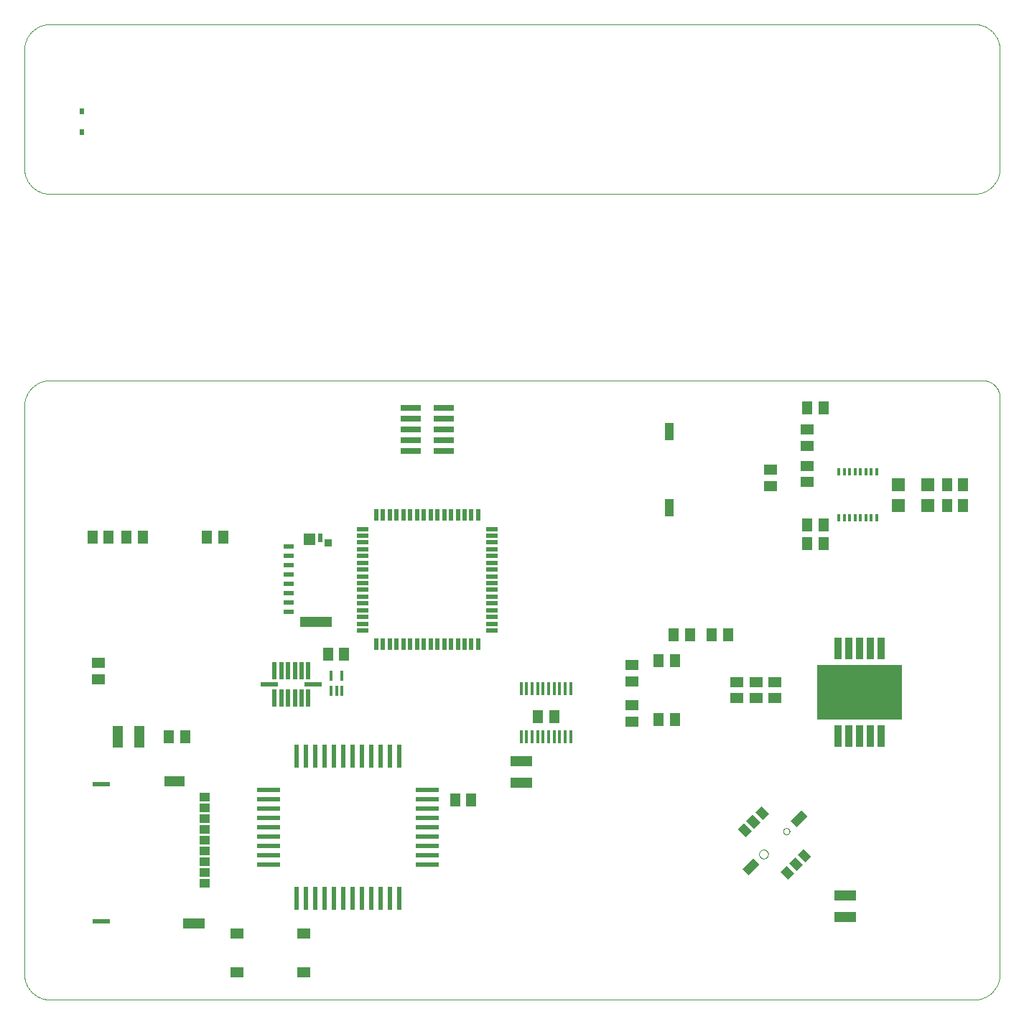
<source format=gtp>
G75*
%MOIN*%
%OFA0B0*%
%FSLAX25Y25*%
%IPPOS*%
%LPD*%
%AMOC8*
5,1,8,0,0,1.08239X$1,22.5*
%
%ADD10C,0.00000*%
%ADD11R,0.05906X0.05118*%
%ADD12R,0.05118X0.05906*%
%ADD13R,0.02362X0.03150*%
%ADD14R,0.05800X0.02000*%
%ADD15R,0.02000X0.05800*%
%ADD16R,0.02165X0.08445*%
%ADD17R,0.08445X0.02165*%
%ADD18R,0.01575X0.04724*%
%ADD19R,0.04921X0.02362*%
%ADD20R,0.14921X0.04724*%
%ADD21R,0.02362X0.03937*%
%ADD22R,0.05512X0.05709*%
%ADD23R,0.03346X0.03740*%
%ADD24R,0.09843X0.04528*%
%ADD25R,0.09252X0.04528*%
%ADD26R,0.05118X0.03937*%
%ADD27R,0.07874X0.02362*%
%ADD28R,0.02362X0.11024*%
%ADD29R,0.11024X0.02362*%
%ADD30R,0.01600X0.03600*%
%ADD31R,0.10000X0.05000*%
%ADD32R,0.05906X0.05906*%
%ADD33R,0.04300X0.07900*%
%ADD34R,0.03400X0.10200*%
%ADD35R,0.39370X0.25197*%
%ADD36R,0.06102X0.05118*%
%ADD37R,0.09449X0.02992*%
%ADD38R,0.03937X0.05118*%
%ADD39R,0.03937X0.07087*%
%ADD40R,0.05000X0.10000*%
%ADD41R,0.01181X0.06299*%
D10*
X0071650Y0095547D02*
X0500784Y0095547D01*
X0501069Y0095550D01*
X0501355Y0095561D01*
X0501640Y0095578D01*
X0501924Y0095602D01*
X0502208Y0095633D01*
X0502491Y0095671D01*
X0502772Y0095716D01*
X0503053Y0095767D01*
X0503333Y0095825D01*
X0503611Y0095890D01*
X0503887Y0095962D01*
X0504161Y0096040D01*
X0504434Y0096125D01*
X0504704Y0096217D01*
X0504972Y0096315D01*
X0505238Y0096419D01*
X0505501Y0096530D01*
X0505761Y0096647D01*
X0506019Y0096770D01*
X0506273Y0096900D01*
X0506524Y0097036D01*
X0506772Y0097177D01*
X0507016Y0097325D01*
X0507257Y0097478D01*
X0507493Y0097638D01*
X0507726Y0097803D01*
X0507955Y0097973D01*
X0508180Y0098149D01*
X0508400Y0098331D01*
X0508616Y0098517D01*
X0508827Y0098709D01*
X0509034Y0098906D01*
X0509236Y0099108D01*
X0509433Y0099315D01*
X0509625Y0099526D01*
X0509811Y0099742D01*
X0509993Y0099962D01*
X0510169Y0100187D01*
X0510339Y0100416D01*
X0510504Y0100649D01*
X0510664Y0100885D01*
X0510817Y0101126D01*
X0510965Y0101370D01*
X0511106Y0101618D01*
X0511242Y0101869D01*
X0511372Y0102123D01*
X0511495Y0102381D01*
X0511612Y0102641D01*
X0511723Y0102904D01*
X0511827Y0103170D01*
X0511925Y0103438D01*
X0512017Y0103708D01*
X0512102Y0103981D01*
X0512180Y0104255D01*
X0512252Y0104531D01*
X0512317Y0104809D01*
X0512375Y0105089D01*
X0512426Y0105370D01*
X0512471Y0105651D01*
X0512509Y0105934D01*
X0512540Y0106218D01*
X0512564Y0106502D01*
X0512581Y0106787D01*
X0512592Y0107073D01*
X0512595Y0107358D01*
X0512595Y0375075D01*
X0512593Y0375265D01*
X0512586Y0375455D01*
X0512574Y0375645D01*
X0512558Y0375835D01*
X0512538Y0376024D01*
X0512512Y0376213D01*
X0512483Y0376401D01*
X0512448Y0376588D01*
X0512409Y0376774D01*
X0512366Y0376959D01*
X0512318Y0377144D01*
X0512266Y0377327D01*
X0512210Y0377508D01*
X0512149Y0377688D01*
X0512083Y0377867D01*
X0512014Y0378044D01*
X0511940Y0378220D01*
X0511862Y0378393D01*
X0511779Y0378565D01*
X0511693Y0378734D01*
X0511603Y0378902D01*
X0511508Y0379067D01*
X0511410Y0379230D01*
X0511307Y0379390D01*
X0511201Y0379548D01*
X0511091Y0379703D01*
X0510978Y0379856D01*
X0510860Y0380006D01*
X0510739Y0380152D01*
X0510615Y0380296D01*
X0510487Y0380437D01*
X0510356Y0380575D01*
X0510221Y0380710D01*
X0510083Y0380841D01*
X0509942Y0380969D01*
X0509798Y0381093D01*
X0509652Y0381214D01*
X0509502Y0381332D01*
X0509349Y0381445D01*
X0509194Y0381555D01*
X0509036Y0381661D01*
X0508876Y0381764D01*
X0508713Y0381862D01*
X0508548Y0381957D01*
X0508380Y0382047D01*
X0508211Y0382133D01*
X0508039Y0382216D01*
X0507866Y0382294D01*
X0507690Y0382368D01*
X0507513Y0382437D01*
X0507334Y0382503D01*
X0507154Y0382564D01*
X0506973Y0382620D01*
X0506790Y0382672D01*
X0506605Y0382720D01*
X0506420Y0382763D01*
X0506234Y0382802D01*
X0506047Y0382837D01*
X0505859Y0382866D01*
X0505670Y0382892D01*
X0505481Y0382912D01*
X0505291Y0382928D01*
X0505101Y0382940D01*
X0504911Y0382947D01*
X0504721Y0382949D01*
X0071650Y0382949D01*
X0071365Y0382946D01*
X0071079Y0382935D01*
X0070794Y0382918D01*
X0070510Y0382894D01*
X0070226Y0382863D01*
X0069943Y0382825D01*
X0069662Y0382780D01*
X0069381Y0382729D01*
X0069101Y0382671D01*
X0068823Y0382606D01*
X0068547Y0382534D01*
X0068273Y0382456D01*
X0068000Y0382371D01*
X0067730Y0382279D01*
X0067462Y0382181D01*
X0067196Y0382077D01*
X0066933Y0381966D01*
X0066673Y0381849D01*
X0066415Y0381726D01*
X0066161Y0381596D01*
X0065910Y0381460D01*
X0065662Y0381319D01*
X0065418Y0381171D01*
X0065177Y0381018D01*
X0064941Y0380858D01*
X0064708Y0380693D01*
X0064479Y0380523D01*
X0064254Y0380347D01*
X0064034Y0380165D01*
X0063818Y0379979D01*
X0063607Y0379787D01*
X0063400Y0379590D01*
X0063198Y0379388D01*
X0063001Y0379181D01*
X0062809Y0378970D01*
X0062623Y0378754D01*
X0062441Y0378534D01*
X0062265Y0378309D01*
X0062095Y0378080D01*
X0061930Y0377847D01*
X0061770Y0377611D01*
X0061617Y0377370D01*
X0061469Y0377126D01*
X0061328Y0376878D01*
X0061192Y0376627D01*
X0061062Y0376373D01*
X0060939Y0376115D01*
X0060822Y0375855D01*
X0060711Y0375592D01*
X0060607Y0375326D01*
X0060509Y0375058D01*
X0060417Y0374788D01*
X0060332Y0374515D01*
X0060254Y0374241D01*
X0060182Y0373965D01*
X0060117Y0373687D01*
X0060059Y0373407D01*
X0060008Y0373126D01*
X0059963Y0372845D01*
X0059925Y0372562D01*
X0059894Y0372278D01*
X0059870Y0371994D01*
X0059853Y0371709D01*
X0059842Y0371423D01*
X0059839Y0371138D01*
X0059839Y0107358D01*
X0059842Y0107073D01*
X0059853Y0106787D01*
X0059870Y0106502D01*
X0059894Y0106218D01*
X0059925Y0105934D01*
X0059963Y0105651D01*
X0060008Y0105370D01*
X0060059Y0105089D01*
X0060117Y0104809D01*
X0060182Y0104531D01*
X0060254Y0104255D01*
X0060332Y0103981D01*
X0060417Y0103708D01*
X0060509Y0103438D01*
X0060607Y0103170D01*
X0060711Y0102904D01*
X0060822Y0102641D01*
X0060939Y0102381D01*
X0061062Y0102123D01*
X0061192Y0101869D01*
X0061328Y0101618D01*
X0061469Y0101370D01*
X0061617Y0101126D01*
X0061770Y0100885D01*
X0061930Y0100649D01*
X0062095Y0100416D01*
X0062265Y0100187D01*
X0062441Y0099962D01*
X0062623Y0099742D01*
X0062809Y0099526D01*
X0063001Y0099315D01*
X0063198Y0099108D01*
X0063400Y0098906D01*
X0063607Y0098709D01*
X0063818Y0098517D01*
X0064034Y0098331D01*
X0064254Y0098149D01*
X0064479Y0097973D01*
X0064708Y0097803D01*
X0064941Y0097638D01*
X0065177Y0097478D01*
X0065418Y0097325D01*
X0065662Y0097177D01*
X0065910Y0097036D01*
X0066161Y0096900D01*
X0066415Y0096770D01*
X0066673Y0096647D01*
X0066933Y0096530D01*
X0067196Y0096419D01*
X0067462Y0096315D01*
X0067730Y0096217D01*
X0068000Y0096125D01*
X0068273Y0096040D01*
X0068547Y0095962D01*
X0068823Y0095890D01*
X0069101Y0095825D01*
X0069381Y0095767D01*
X0069662Y0095716D01*
X0069943Y0095671D01*
X0070226Y0095633D01*
X0070510Y0095602D01*
X0070794Y0095578D01*
X0071079Y0095561D01*
X0071365Y0095550D01*
X0071650Y0095547D01*
X0400908Y0163093D02*
X0400910Y0163184D01*
X0400916Y0163274D01*
X0400926Y0163365D01*
X0400940Y0163454D01*
X0400958Y0163543D01*
X0400979Y0163632D01*
X0401005Y0163719D01*
X0401034Y0163805D01*
X0401068Y0163889D01*
X0401104Y0163972D01*
X0401145Y0164054D01*
X0401189Y0164133D01*
X0401236Y0164211D01*
X0401287Y0164286D01*
X0401341Y0164359D01*
X0401398Y0164429D01*
X0401458Y0164497D01*
X0401521Y0164563D01*
X0401587Y0164625D01*
X0401656Y0164684D01*
X0401727Y0164741D01*
X0401801Y0164794D01*
X0401877Y0164844D01*
X0401955Y0164891D01*
X0402035Y0164934D01*
X0402116Y0164973D01*
X0402200Y0165009D01*
X0402285Y0165041D01*
X0402371Y0165070D01*
X0402458Y0165094D01*
X0402547Y0165115D01*
X0402636Y0165132D01*
X0402726Y0165145D01*
X0402816Y0165154D01*
X0402907Y0165159D01*
X0402998Y0165160D01*
X0403088Y0165157D01*
X0403179Y0165150D01*
X0403269Y0165139D01*
X0403359Y0165124D01*
X0403448Y0165105D01*
X0403536Y0165083D01*
X0403622Y0165056D01*
X0403708Y0165026D01*
X0403792Y0164992D01*
X0403875Y0164954D01*
X0403956Y0164913D01*
X0404035Y0164868D01*
X0404112Y0164819D01*
X0404186Y0164768D01*
X0404259Y0164713D01*
X0404329Y0164655D01*
X0404396Y0164594D01*
X0404460Y0164530D01*
X0404522Y0164464D01*
X0404581Y0164394D01*
X0404636Y0164323D01*
X0404689Y0164248D01*
X0404738Y0164172D01*
X0404784Y0164094D01*
X0404826Y0164013D01*
X0404865Y0163931D01*
X0404900Y0163847D01*
X0404931Y0163762D01*
X0404958Y0163675D01*
X0404982Y0163588D01*
X0405002Y0163499D01*
X0405018Y0163410D01*
X0405030Y0163320D01*
X0405038Y0163229D01*
X0405042Y0163138D01*
X0405042Y0163048D01*
X0405038Y0162957D01*
X0405030Y0162866D01*
X0405018Y0162776D01*
X0405002Y0162687D01*
X0404982Y0162598D01*
X0404958Y0162511D01*
X0404931Y0162424D01*
X0404900Y0162339D01*
X0404865Y0162255D01*
X0404826Y0162173D01*
X0404784Y0162092D01*
X0404738Y0162014D01*
X0404689Y0161938D01*
X0404636Y0161863D01*
X0404581Y0161792D01*
X0404522Y0161722D01*
X0404460Y0161656D01*
X0404396Y0161592D01*
X0404329Y0161531D01*
X0404259Y0161473D01*
X0404186Y0161418D01*
X0404112Y0161367D01*
X0404035Y0161318D01*
X0403956Y0161273D01*
X0403875Y0161232D01*
X0403792Y0161194D01*
X0403708Y0161160D01*
X0403622Y0161130D01*
X0403536Y0161103D01*
X0403448Y0161081D01*
X0403359Y0161062D01*
X0403269Y0161047D01*
X0403179Y0161036D01*
X0403088Y0161029D01*
X0402998Y0161026D01*
X0402907Y0161027D01*
X0402816Y0161032D01*
X0402726Y0161041D01*
X0402636Y0161054D01*
X0402547Y0161071D01*
X0402458Y0161092D01*
X0402371Y0161116D01*
X0402285Y0161145D01*
X0402200Y0161177D01*
X0402116Y0161213D01*
X0402035Y0161252D01*
X0401955Y0161295D01*
X0401877Y0161342D01*
X0401801Y0161392D01*
X0401727Y0161445D01*
X0401656Y0161502D01*
X0401587Y0161561D01*
X0401521Y0161623D01*
X0401458Y0161689D01*
X0401398Y0161757D01*
X0401341Y0161827D01*
X0401287Y0161900D01*
X0401236Y0161975D01*
X0401189Y0162053D01*
X0401145Y0162132D01*
X0401104Y0162214D01*
X0401068Y0162297D01*
X0401034Y0162381D01*
X0401005Y0162467D01*
X0400979Y0162554D01*
X0400958Y0162643D01*
X0400940Y0162732D01*
X0400926Y0162821D01*
X0400916Y0162912D01*
X0400910Y0163002D01*
X0400908Y0163093D01*
X0412078Y0173671D02*
X0412080Y0173748D01*
X0412086Y0173824D01*
X0412096Y0173900D01*
X0412110Y0173975D01*
X0412127Y0174050D01*
X0412149Y0174123D01*
X0412174Y0174196D01*
X0412204Y0174267D01*
X0412236Y0174336D01*
X0412273Y0174403D01*
X0412312Y0174469D01*
X0412355Y0174532D01*
X0412402Y0174593D01*
X0412451Y0174652D01*
X0412504Y0174708D01*
X0412559Y0174761D01*
X0412617Y0174811D01*
X0412677Y0174858D01*
X0412740Y0174902D01*
X0412805Y0174943D01*
X0412872Y0174980D01*
X0412941Y0175014D01*
X0413011Y0175044D01*
X0413083Y0175070D01*
X0413157Y0175092D01*
X0413231Y0175111D01*
X0413306Y0175126D01*
X0413382Y0175137D01*
X0413458Y0175144D01*
X0413535Y0175147D01*
X0413611Y0175146D01*
X0413688Y0175141D01*
X0413764Y0175132D01*
X0413840Y0175119D01*
X0413914Y0175102D01*
X0413988Y0175082D01*
X0414061Y0175057D01*
X0414132Y0175029D01*
X0414202Y0174997D01*
X0414270Y0174962D01*
X0414336Y0174923D01*
X0414400Y0174881D01*
X0414461Y0174835D01*
X0414521Y0174786D01*
X0414577Y0174735D01*
X0414631Y0174680D01*
X0414682Y0174623D01*
X0414730Y0174563D01*
X0414775Y0174501D01*
X0414816Y0174436D01*
X0414854Y0174370D01*
X0414889Y0174302D01*
X0414919Y0174231D01*
X0414947Y0174160D01*
X0414970Y0174087D01*
X0414990Y0174013D01*
X0415006Y0173938D01*
X0415018Y0173862D01*
X0415026Y0173786D01*
X0415030Y0173709D01*
X0415030Y0173633D01*
X0415026Y0173556D01*
X0415018Y0173480D01*
X0415006Y0173404D01*
X0414990Y0173329D01*
X0414970Y0173255D01*
X0414947Y0173182D01*
X0414919Y0173111D01*
X0414889Y0173040D01*
X0414854Y0172972D01*
X0414816Y0172906D01*
X0414775Y0172841D01*
X0414730Y0172779D01*
X0414682Y0172719D01*
X0414631Y0172662D01*
X0414577Y0172607D01*
X0414521Y0172556D01*
X0414461Y0172507D01*
X0414400Y0172461D01*
X0414336Y0172419D01*
X0414270Y0172380D01*
X0414202Y0172345D01*
X0414132Y0172313D01*
X0414061Y0172285D01*
X0413988Y0172260D01*
X0413914Y0172240D01*
X0413840Y0172223D01*
X0413764Y0172210D01*
X0413688Y0172201D01*
X0413611Y0172196D01*
X0413535Y0172195D01*
X0413458Y0172198D01*
X0413382Y0172205D01*
X0413306Y0172216D01*
X0413231Y0172231D01*
X0413157Y0172250D01*
X0413083Y0172272D01*
X0413011Y0172298D01*
X0412941Y0172328D01*
X0412872Y0172362D01*
X0412805Y0172399D01*
X0412740Y0172440D01*
X0412677Y0172484D01*
X0412617Y0172531D01*
X0412559Y0172581D01*
X0412504Y0172634D01*
X0412451Y0172690D01*
X0412402Y0172749D01*
X0412355Y0172810D01*
X0412312Y0172873D01*
X0412273Y0172939D01*
X0412236Y0173006D01*
X0412204Y0173075D01*
X0412174Y0173146D01*
X0412149Y0173219D01*
X0412127Y0173292D01*
X0412110Y0173367D01*
X0412096Y0173442D01*
X0412086Y0173518D01*
X0412080Y0173594D01*
X0412078Y0173671D01*
X0500784Y0469563D02*
X0071650Y0469563D01*
X0071365Y0469566D01*
X0071079Y0469577D01*
X0070794Y0469594D01*
X0070510Y0469618D01*
X0070226Y0469649D01*
X0069943Y0469687D01*
X0069662Y0469732D01*
X0069381Y0469783D01*
X0069101Y0469841D01*
X0068823Y0469906D01*
X0068547Y0469978D01*
X0068273Y0470056D01*
X0068000Y0470141D01*
X0067730Y0470233D01*
X0067462Y0470331D01*
X0067196Y0470435D01*
X0066933Y0470546D01*
X0066673Y0470663D01*
X0066415Y0470786D01*
X0066161Y0470916D01*
X0065910Y0471052D01*
X0065662Y0471193D01*
X0065418Y0471341D01*
X0065177Y0471494D01*
X0064941Y0471654D01*
X0064708Y0471819D01*
X0064479Y0471989D01*
X0064254Y0472165D01*
X0064034Y0472347D01*
X0063818Y0472533D01*
X0063607Y0472725D01*
X0063400Y0472922D01*
X0063198Y0473124D01*
X0063001Y0473331D01*
X0062809Y0473542D01*
X0062623Y0473758D01*
X0062441Y0473978D01*
X0062265Y0474203D01*
X0062095Y0474432D01*
X0061930Y0474665D01*
X0061770Y0474901D01*
X0061617Y0475142D01*
X0061469Y0475386D01*
X0061328Y0475634D01*
X0061192Y0475885D01*
X0061062Y0476139D01*
X0060939Y0476397D01*
X0060822Y0476657D01*
X0060711Y0476920D01*
X0060607Y0477186D01*
X0060509Y0477454D01*
X0060417Y0477724D01*
X0060332Y0477997D01*
X0060254Y0478271D01*
X0060182Y0478547D01*
X0060117Y0478825D01*
X0060059Y0479105D01*
X0060008Y0479386D01*
X0059963Y0479667D01*
X0059925Y0479950D01*
X0059894Y0480234D01*
X0059870Y0480518D01*
X0059853Y0480803D01*
X0059842Y0481089D01*
X0059839Y0481374D01*
X0059839Y0536492D01*
X0059842Y0536777D01*
X0059853Y0537063D01*
X0059870Y0537348D01*
X0059894Y0537632D01*
X0059925Y0537916D01*
X0059963Y0538199D01*
X0060008Y0538480D01*
X0060059Y0538761D01*
X0060117Y0539041D01*
X0060182Y0539319D01*
X0060254Y0539595D01*
X0060332Y0539869D01*
X0060417Y0540142D01*
X0060509Y0540412D01*
X0060607Y0540680D01*
X0060711Y0540946D01*
X0060822Y0541209D01*
X0060939Y0541469D01*
X0061062Y0541727D01*
X0061192Y0541981D01*
X0061328Y0542232D01*
X0061469Y0542480D01*
X0061617Y0542724D01*
X0061770Y0542965D01*
X0061930Y0543201D01*
X0062095Y0543434D01*
X0062265Y0543663D01*
X0062441Y0543888D01*
X0062623Y0544108D01*
X0062809Y0544324D01*
X0063001Y0544535D01*
X0063198Y0544742D01*
X0063400Y0544944D01*
X0063607Y0545141D01*
X0063818Y0545333D01*
X0064034Y0545519D01*
X0064254Y0545701D01*
X0064479Y0545877D01*
X0064708Y0546047D01*
X0064941Y0546212D01*
X0065177Y0546372D01*
X0065418Y0546525D01*
X0065662Y0546673D01*
X0065910Y0546814D01*
X0066161Y0546950D01*
X0066415Y0547080D01*
X0066673Y0547203D01*
X0066933Y0547320D01*
X0067196Y0547431D01*
X0067462Y0547535D01*
X0067730Y0547633D01*
X0068000Y0547725D01*
X0068273Y0547810D01*
X0068547Y0547888D01*
X0068823Y0547960D01*
X0069101Y0548025D01*
X0069381Y0548083D01*
X0069662Y0548134D01*
X0069943Y0548179D01*
X0070226Y0548217D01*
X0070510Y0548248D01*
X0070794Y0548272D01*
X0071079Y0548289D01*
X0071365Y0548300D01*
X0071650Y0548303D01*
X0500784Y0548303D01*
X0501069Y0548300D01*
X0501355Y0548289D01*
X0501640Y0548272D01*
X0501924Y0548248D01*
X0502208Y0548217D01*
X0502491Y0548179D01*
X0502772Y0548134D01*
X0503053Y0548083D01*
X0503333Y0548025D01*
X0503611Y0547960D01*
X0503887Y0547888D01*
X0504161Y0547810D01*
X0504434Y0547725D01*
X0504704Y0547633D01*
X0504972Y0547535D01*
X0505238Y0547431D01*
X0505501Y0547320D01*
X0505761Y0547203D01*
X0506019Y0547080D01*
X0506273Y0546950D01*
X0506524Y0546814D01*
X0506772Y0546673D01*
X0507016Y0546525D01*
X0507257Y0546372D01*
X0507493Y0546212D01*
X0507726Y0546047D01*
X0507955Y0545877D01*
X0508180Y0545701D01*
X0508400Y0545519D01*
X0508616Y0545333D01*
X0508827Y0545141D01*
X0509034Y0544944D01*
X0509236Y0544742D01*
X0509433Y0544535D01*
X0509625Y0544324D01*
X0509811Y0544108D01*
X0509993Y0543888D01*
X0510169Y0543663D01*
X0510339Y0543434D01*
X0510504Y0543201D01*
X0510664Y0542965D01*
X0510817Y0542724D01*
X0510965Y0542480D01*
X0511106Y0542232D01*
X0511242Y0541981D01*
X0511372Y0541727D01*
X0511495Y0541469D01*
X0511612Y0541209D01*
X0511723Y0540946D01*
X0511827Y0540680D01*
X0511925Y0540412D01*
X0512017Y0540142D01*
X0512102Y0539869D01*
X0512180Y0539595D01*
X0512252Y0539319D01*
X0512317Y0539041D01*
X0512375Y0538761D01*
X0512426Y0538480D01*
X0512471Y0538199D01*
X0512509Y0537916D01*
X0512540Y0537632D01*
X0512564Y0537348D01*
X0512581Y0537063D01*
X0512592Y0536777D01*
X0512595Y0536492D01*
X0512595Y0481374D01*
X0512592Y0481089D01*
X0512581Y0480803D01*
X0512564Y0480518D01*
X0512540Y0480234D01*
X0512509Y0479950D01*
X0512471Y0479667D01*
X0512426Y0479386D01*
X0512375Y0479105D01*
X0512317Y0478825D01*
X0512252Y0478547D01*
X0512180Y0478271D01*
X0512102Y0477997D01*
X0512017Y0477724D01*
X0511925Y0477454D01*
X0511827Y0477186D01*
X0511723Y0476920D01*
X0511612Y0476657D01*
X0511495Y0476397D01*
X0511372Y0476139D01*
X0511242Y0475885D01*
X0511106Y0475634D01*
X0510965Y0475386D01*
X0510817Y0475142D01*
X0510664Y0474901D01*
X0510504Y0474665D01*
X0510339Y0474432D01*
X0510169Y0474203D01*
X0509993Y0473978D01*
X0509811Y0473758D01*
X0509625Y0473542D01*
X0509433Y0473331D01*
X0509236Y0473124D01*
X0509034Y0472922D01*
X0508827Y0472725D01*
X0508616Y0472533D01*
X0508400Y0472347D01*
X0508180Y0472165D01*
X0507955Y0471989D01*
X0507726Y0471819D01*
X0507493Y0471654D01*
X0507257Y0471494D01*
X0507016Y0471341D01*
X0506772Y0471193D01*
X0506524Y0471052D01*
X0506273Y0470916D01*
X0506019Y0470786D01*
X0505761Y0470663D01*
X0505501Y0470546D01*
X0505238Y0470435D01*
X0504972Y0470331D01*
X0504704Y0470233D01*
X0504434Y0470141D01*
X0504161Y0470056D01*
X0503887Y0469978D01*
X0503611Y0469906D01*
X0503333Y0469841D01*
X0503053Y0469783D01*
X0502772Y0469732D01*
X0502491Y0469687D01*
X0502208Y0469649D01*
X0501924Y0469618D01*
X0501640Y0469594D01*
X0501355Y0469577D01*
X0501069Y0469566D01*
X0500784Y0469563D01*
D11*
X0423028Y0360114D03*
X0423028Y0352634D03*
X0423028Y0343382D03*
X0423028Y0335902D03*
X0406296Y0333933D03*
X0406296Y0341413D03*
X0341926Y0250862D03*
X0341926Y0243382D03*
X0341926Y0232161D03*
X0341926Y0224681D03*
X0390548Y0235508D03*
X0390548Y0242988D03*
X0399406Y0242988D03*
X0408264Y0242988D03*
X0408264Y0235508D03*
X0399406Y0235508D03*
X0094288Y0244366D03*
X0094288Y0251846D03*
D12*
X0126965Y0217594D03*
X0134446Y0217594D03*
X0200784Y0255980D03*
X0208264Y0255980D03*
X0152162Y0310114D03*
X0144682Y0310114D03*
X0114760Y0310114D03*
X0107280Y0310114D03*
X0099012Y0310114D03*
X0091532Y0310114D03*
X0259839Y0188067D03*
X0267320Y0188067D03*
X0298225Y0227043D03*
X0305705Y0227043D03*
X0354327Y0225469D03*
X0361808Y0225469D03*
X0361808Y0253028D03*
X0354327Y0253028D03*
X0361217Y0264839D03*
X0368698Y0264839D03*
X0378934Y0264839D03*
X0386414Y0264839D03*
X0423225Y0307161D03*
X0430705Y0307161D03*
X0430705Y0316020D03*
X0423225Y0316020D03*
X0423225Y0370154D03*
X0430705Y0370154D03*
X0488186Y0334720D03*
X0495666Y0334720D03*
X0495666Y0324878D03*
X0488186Y0324878D03*
D13*
X0086414Y0498087D03*
X0086414Y0507929D03*
D14*
X0216847Y0314029D03*
X0216847Y0310929D03*
X0216847Y0307729D03*
X0216847Y0304629D03*
X0216847Y0301429D03*
X0216847Y0298329D03*
X0216847Y0295129D03*
X0216847Y0292029D03*
X0216847Y0288829D03*
X0216847Y0285729D03*
X0216847Y0282529D03*
X0216847Y0279429D03*
X0216847Y0276229D03*
X0216847Y0273129D03*
X0216847Y0269929D03*
X0216847Y0266829D03*
X0276847Y0266829D03*
X0276847Y0269929D03*
X0276847Y0273129D03*
X0276847Y0276229D03*
X0276847Y0279429D03*
X0276847Y0282529D03*
X0276847Y0285729D03*
X0276847Y0288829D03*
X0276847Y0292029D03*
X0276847Y0295129D03*
X0276847Y0298329D03*
X0276847Y0301429D03*
X0276847Y0304629D03*
X0276847Y0307729D03*
X0276847Y0310929D03*
X0276847Y0314029D03*
D15*
X0270447Y0320429D03*
X0267347Y0320429D03*
X0264147Y0320429D03*
X0261047Y0320429D03*
X0257847Y0320429D03*
X0254747Y0320429D03*
X0251547Y0320429D03*
X0248447Y0320429D03*
X0245247Y0320429D03*
X0242147Y0320429D03*
X0238947Y0320429D03*
X0235847Y0320429D03*
X0232647Y0320429D03*
X0229547Y0320429D03*
X0226347Y0320429D03*
X0223247Y0320429D03*
X0223247Y0260429D03*
X0226347Y0260429D03*
X0229547Y0260429D03*
X0232647Y0260429D03*
X0235847Y0260429D03*
X0238947Y0260429D03*
X0242147Y0260429D03*
X0245247Y0260429D03*
X0248447Y0260429D03*
X0251547Y0260429D03*
X0254747Y0260429D03*
X0257847Y0260429D03*
X0261047Y0260429D03*
X0264147Y0260429D03*
X0267347Y0260429D03*
X0270447Y0260429D03*
D16*
X0191650Y0248303D03*
X0188501Y0248303D03*
X0185351Y0248303D03*
X0182201Y0248303D03*
X0179052Y0248303D03*
X0175902Y0248303D03*
X0175902Y0235705D03*
X0179052Y0235705D03*
X0182201Y0235705D03*
X0185351Y0235705D03*
X0188501Y0235705D03*
X0191650Y0235705D03*
D17*
X0194012Y0242004D03*
X0173540Y0242004D03*
D18*
X0202201Y0238776D03*
X0204760Y0238776D03*
X0207320Y0238776D03*
X0207320Y0245862D03*
X0202201Y0245862D03*
D19*
X0182595Y0275429D03*
X0182595Y0279760D03*
X0182595Y0284091D03*
X0182595Y0288421D03*
X0182595Y0292752D03*
X0182595Y0297083D03*
X0182595Y0301413D03*
X0182595Y0305744D03*
D20*
X0195115Y0270902D03*
D21*
X0197044Y0309878D03*
D22*
X0192123Y0309091D03*
D23*
X0200863Y0307516D03*
D24*
X0138422Y0130902D03*
D25*
X0129564Y0196846D03*
D26*
X0143422Y0189602D03*
X0143422Y0184602D03*
X0143422Y0179602D03*
X0143422Y0174602D03*
X0143422Y0169602D03*
X0143422Y0164602D03*
X0143422Y0159602D03*
X0143422Y0154602D03*
X0143422Y0149602D03*
D27*
X0095351Y0131886D03*
X0095351Y0195665D03*
D28*
X0186217Y0208618D03*
X0190548Y0208618D03*
X0194879Y0208618D03*
X0199209Y0208618D03*
X0203540Y0208618D03*
X0207871Y0208618D03*
X0212201Y0208618D03*
X0216532Y0208618D03*
X0220863Y0208618D03*
X0225194Y0208618D03*
X0229524Y0208618D03*
X0233855Y0208618D03*
X0233855Y0142476D03*
X0229524Y0142476D03*
X0225194Y0142476D03*
X0220863Y0142476D03*
X0216532Y0142476D03*
X0212201Y0142476D03*
X0207871Y0142476D03*
X0203540Y0142476D03*
X0199209Y0142476D03*
X0194879Y0142476D03*
X0190548Y0142476D03*
X0186217Y0142476D03*
D29*
X0173225Y0158224D03*
X0173225Y0162555D03*
X0173225Y0166886D03*
X0173225Y0171217D03*
X0173225Y0175547D03*
X0173225Y0179878D03*
X0173225Y0184209D03*
X0173225Y0188539D03*
X0173225Y0192870D03*
X0246847Y0192870D03*
X0246847Y0188539D03*
X0246847Y0184209D03*
X0246847Y0179878D03*
X0246847Y0175547D03*
X0246847Y0171217D03*
X0246847Y0166886D03*
X0246847Y0162555D03*
X0246847Y0158224D03*
D30*
X0437900Y0319099D03*
X0440400Y0319099D03*
X0442900Y0319099D03*
X0445400Y0319099D03*
X0447900Y0319099D03*
X0450400Y0319099D03*
X0452900Y0319099D03*
X0455400Y0319099D03*
X0455400Y0340499D03*
X0452900Y0340499D03*
X0450400Y0340499D03*
X0447900Y0340499D03*
X0445400Y0340499D03*
X0442900Y0340499D03*
X0440400Y0340499D03*
X0437900Y0340499D03*
D31*
X0290351Y0206059D03*
X0290351Y0196059D03*
X0440745Y0143854D03*
X0440745Y0133854D03*
D32*
X0465351Y0324878D03*
X0465351Y0334720D03*
X0479131Y0334720D03*
X0479131Y0324878D03*
D33*
X0359052Y0323910D03*
X0359052Y0359310D03*
D34*
X0437635Y0258611D03*
X0442635Y0258611D03*
X0447635Y0258611D03*
X0452635Y0258611D03*
X0457635Y0258611D03*
X0457635Y0217916D03*
X0452635Y0217916D03*
X0447635Y0217916D03*
X0442635Y0217916D03*
X0437635Y0217916D03*
D35*
X0447635Y0238264D03*
D36*
X0189662Y0126059D03*
X0189662Y0108343D03*
X0158363Y0108343D03*
X0158363Y0126059D03*
D37*
X0239170Y0350311D03*
X0239170Y0355311D03*
X0239170Y0360311D03*
X0239170Y0365311D03*
X0239209Y0370311D03*
X0254544Y0370311D03*
X0254524Y0365311D03*
X0254524Y0360311D03*
X0254524Y0355311D03*
X0254524Y0350311D03*
D38*
G36*
X0405480Y0181773D02*
X0402696Y0178989D01*
X0399078Y0182607D01*
X0401862Y0185391D01*
X0405480Y0181773D01*
G37*
G36*
X0401416Y0177820D02*
X0398632Y0175036D01*
X0395014Y0178654D01*
X0397798Y0181438D01*
X0401416Y0177820D01*
G37*
G36*
X0397462Y0173839D02*
X0394678Y0171055D01*
X0391060Y0174673D01*
X0393844Y0177457D01*
X0397462Y0173839D01*
G37*
G36*
X0417200Y0154101D02*
X0414416Y0151317D01*
X0410798Y0154935D01*
X0413582Y0157719D01*
X0417200Y0154101D01*
G37*
G36*
X0421167Y0158068D02*
X0418383Y0155284D01*
X0414765Y0158902D01*
X0417549Y0161686D01*
X0421167Y0158068D01*
G37*
G36*
X0425134Y0162035D02*
X0422350Y0159251D01*
X0418732Y0162869D01*
X0421516Y0165653D01*
X0425134Y0162035D01*
G37*
D39*
G36*
X0420513Y0183413D02*
X0423296Y0180630D01*
X0418287Y0175621D01*
X0415504Y0178404D01*
X0420513Y0183413D01*
G37*
G36*
X0396016Y0153350D02*
X0393233Y0156133D01*
X0398242Y0161142D01*
X0401025Y0158359D01*
X0396016Y0153350D01*
G37*
D40*
X0113068Y0217594D03*
X0103068Y0217594D03*
D41*
X0290430Y0217693D03*
X0292989Y0217693D03*
X0295548Y0217693D03*
X0298107Y0217693D03*
X0300666Y0217693D03*
X0303225Y0217693D03*
X0305784Y0217693D03*
X0308343Y0217693D03*
X0310902Y0217693D03*
X0313461Y0217693D03*
X0313461Y0239740D03*
X0310902Y0239740D03*
X0308343Y0239740D03*
X0305784Y0239740D03*
X0303225Y0239740D03*
X0300666Y0239740D03*
X0298107Y0239740D03*
X0295548Y0239740D03*
X0292989Y0239740D03*
X0290430Y0239740D03*
M02*

</source>
